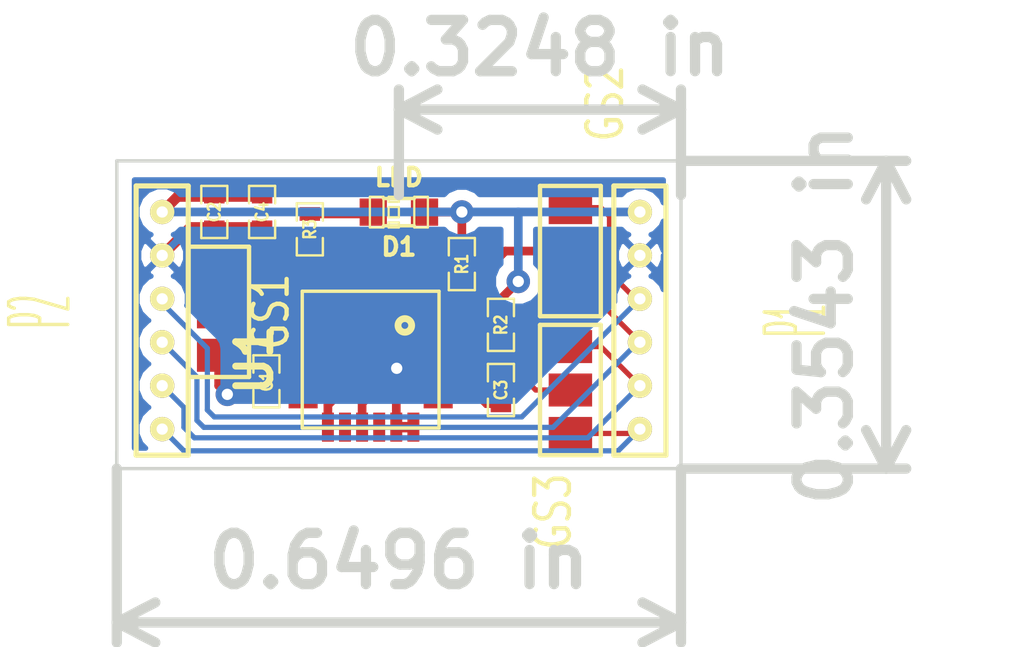
<source format=kicad_pcb>
(kicad_pcb (version 3) (host pcbnew "(2013-07-07 BZR 4022)-stable")

  (general
    (links 39)
    (no_connects 0)
    (area 206.47613 144.650001 239.785714 165.200001)
    (thickness 1.6)
    (drawings 8)
    (tracks 114)
    (zones 0)
    (modules 14)
    (nets 13)
  )

  (page A3)
  (layers
    (15 F.Cu signal)
    (0 B.Cu signal)
    (16 B.Adhes user)
    (17 F.Adhes user)
    (18 B.Paste user)
    (19 F.Paste user)
    (20 B.SilkS user)
    (21 F.SilkS user)
    (22 B.Mask user)
    (23 F.Mask user)
    (24 Dwgs.User user)
    (25 Cmts.User user)
    (26 Eco1.User user)
    (27 Eco2.User user)
    (28 Edge.Cuts user)
  )

  (setup
    (last_trace_width 0.1524)
    (user_trace_width 0.1524)
    (user_trace_width 0.254)
    (user_trace_width 0.3048)
    (trace_clearance 0.1524)
    (zone_clearance 0.3048)
    (zone_45_only no)
    (trace_min 0.1524)
    (segment_width 0.2)
    (edge_width 0.1)
    (via_size 0.6858)
    (via_drill 0.3302)
    (via_min_size 0.6858)
    (via_min_drill 0.3302)
    (user_via 0.6858 0.3302)
    (uvia_size 0.508)
    (uvia_drill 0.127)
    (uvias_allowed no)
    (uvia_min_size 0.508)
    (uvia_min_drill 0.127)
    (pcb_text_width 0.3)
    (pcb_text_size 1.5 1.5)
    (mod_edge_width 0.15)
    (mod_text_size 1 1)
    (mod_text_width 0.15)
    (pad_size 0.85 0.35)
    (pad_drill 0)
    (pad_to_mask_clearance 0)
    (aux_axis_origin 0 0)
    (visible_elements 7FFFFFFF)
    (pcbplotparams
      (layerselection 3178497)
      (usegerberextensions true)
      (excludeedgelayer true)
      (linewidth 0.150000)
      (plotframeref false)
      (viasonmask false)
      (mode 1)
      (useauxorigin false)
      (hpglpennumber 1)
      (hpglpenspeed 20)
      (hpglpendiameter 15)
      (hpglpenoverlay 2)
      (psnegative false)
      (psa4output false)
      (plotreference true)
      (plotvalue true)
      (plotothertext true)
      (plotinvisibletext false)
      (padsonsilk false)
      (subtractmaskfromsilk false)
      (outputformat 1)
      (mirror false)
      (drillshape 1)
      (scaleselection 1)
      (outputdirectory ""))
  )

  (net 0 "")
  (net 1 /ADDR)
  (net 2 /SCL)
  (net 3 /SCL1)
  (net 4 /SCL2)
  (net 5 /SDA)
  (net 6 /SDA1)
  (net 7 /SDA2)
  (net 8 /VCC)
  (net 9 GND)
  (net 10 N-0000010)
  (net 11 N-0000014)
  (net 12 N-0000015)

  (net_class Default "This is the default net class."
    (clearance 0.1524)
    (trace_width 0.1524)
    (via_dia 0.6858)
    (via_drill 0.3302)
    (uvia_dia 0.508)
    (uvia_drill 0.127)
    (add_net "")
    (add_net /ADDR)
    (add_net /SCL1)
    (add_net /SCL2)
    (add_net /SDA1)
    (add_net /SDA2)
    (add_net N-0000010)
    (add_net N-0000014)
    (add_net N-0000015)
  )

  (net_class Power ""
    (clearance 0.1524)
    (trace_width 0.254)
    (via_dia 0.6858)
    (via_drill 0.3302)
    (uvia_dia 0.508)
    (uvia_drill 0.127)
    (add_net /VCC)
    (add_net GND)
  )

  (net_class Signal ""
    (clearance 0.1524)
    (trace_width 0.1524)
    (via_dia 0.6858)
    (via_drill 0.3302)
    (uvia_dia 0.508)
    (uvia_drill 0.127)
    (add_net /SCL)
    (add_net /SDA)
  )

  (module LED-0603 (layer F.Cu) (tedit 4E16AFB4) (tstamp 535861DB)
    (at 218.25 150.5 180)
    (descr "LED 0603 smd package")
    (tags "LED led 0603 SMD smd SMT smt smdled SMDLED smtled SMTLED")
    (path /5355A9A4)
    (attr smd)
    (fp_text reference D1 (at 0 -1.016 180) (layer F.SilkS)
      (effects (font (size 0.508 0.508) (thickness 0.127)))
    )
    (fp_text value LED (at 0 1.016 180) (layer F.SilkS)
      (effects (font (size 0.508 0.508) (thickness 0.127)))
    )
    (fp_line (start 0.44958 -0.44958) (end 0.44958 0.44958) (layer F.SilkS) (width 0.06604))
    (fp_line (start 0.44958 0.44958) (end 0.84836 0.44958) (layer F.SilkS) (width 0.06604))
    (fp_line (start 0.84836 -0.44958) (end 0.84836 0.44958) (layer F.SilkS) (width 0.06604))
    (fp_line (start 0.44958 -0.44958) (end 0.84836 -0.44958) (layer F.SilkS) (width 0.06604))
    (fp_line (start -0.84836 -0.44958) (end -0.84836 0.44958) (layer F.SilkS) (width 0.06604))
    (fp_line (start -0.84836 0.44958) (end -0.44958 0.44958) (layer F.SilkS) (width 0.06604))
    (fp_line (start -0.44958 -0.44958) (end -0.44958 0.44958) (layer F.SilkS) (width 0.06604))
    (fp_line (start -0.84836 -0.44958) (end -0.44958 -0.44958) (layer F.SilkS) (width 0.06604))
    (fp_line (start 0 -0.44958) (end 0 -0.29972) (layer F.SilkS) (width 0.06604))
    (fp_line (start 0 -0.29972) (end 0.29972 -0.29972) (layer F.SilkS) (width 0.06604))
    (fp_line (start 0.29972 -0.44958) (end 0.29972 -0.29972) (layer F.SilkS) (width 0.06604))
    (fp_line (start 0 -0.44958) (end 0.29972 -0.44958) (layer F.SilkS) (width 0.06604))
    (fp_line (start 0 0.29972) (end 0 0.44958) (layer F.SilkS) (width 0.06604))
    (fp_line (start 0 0.44958) (end 0.29972 0.44958) (layer F.SilkS) (width 0.06604))
    (fp_line (start 0.29972 0.29972) (end 0.29972 0.44958) (layer F.SilkS) (width 0.06604))
    (fp_line (start 0 0.29972) (end 0.29972 0.29972) (layer F.SilkS) (width 0.06604))
    (fp_line (start 0 -0.14986) (end 0 0.14986) (layer F.SilkS) (width 0.06604))
    (fp_line (start 0 0.14986) (end 0.29972 0.14986) (layer F.SilkS) (width 0.06604))
    (fp_line (start 0.29972 -0.14986) (end 0.29972 0.14986) (layer F.SilkS) (width 0.06604))
    (fp_line (start 0 -0.14986) (end 0.29972 -0.14986) (layer F.SilkS) (width 0.06604))
    (fp_line (start 0.44958 -0.39878) (end -0.44958 -0.39878) (layer F.SilkS) (width 0.1016))
    (fp_line (start 0.44958 0.39878) (end -0.44958 0.39878) (layer F.SilkS) (width 0.1016))
    (pad 1 smd rect (at -0.7493 0 180) (size 0.79756 0.79756)
      (layers F.Cu F.Paste F.Mask)
      (net 8 /VCC)
    )
    (pad 2 smd rect (at 0.7493 0 180) (size 0.79756 0.79756)
      (layers F.Cu F.Paste F.Mask)
      (net 10 N-0000010)
    )
  )

  (module GS3 (layer F.Cu) (tedit 4267950D) (tstamp 5355CDD8)
    (at 212.979 153.416)
    (descr "Pontet Goute de soudure")
    (path /5355942D)
    (attr virtual)
    (fp_text reference GS1 (at 1.524 0 90) (layer F.SilkS)
      (effects (font (size 1.016 0.762) (thickness 0.127)))
    )
    (fp_text value GS3 (at 1.524 0 90) (layer F.SilkS) hide
      (effects (font (size 0.762 0.762) (thickness 0.127)))
    )
    (fp_line (start -0.889 -1.905) (end -0.889 1.905) (layer F.SilkS) (width 0.127))
    (fp_line (start -0.889 1.905) (end 0.889 1.905) (layer F.SilkS) (width 0.127))
    (fp_line (start 0.889 1.905) (end 0.889 -1.905) (layer F.SilkS) (width 0.127))
    (fp_line (start -0.889 -1.905) (end 0.889 -1.905) (layer F.SilkS) (width 0.127))
    (pad 1 smd rect (at 0 -1.27) (size 1.27 0.9652)
      (layers F.Cu F.Paste F.Mask)
      (net 8 /VCC)
    )
    (pad 2 smd rect (at 0 0) (size 1.27 0.9652)
      (layers F.Cu F.Paste F.Mask)
      (net 1 /ADDR)
    )
    (pad 3 smd rect (at 0 1.27) (size 1.27 0.9652)
      (layers F.Cu F.Paste F.Mask)
      (net 9 GND)
    )
  )

  (module GS3 (layer F.Cu) (tedit 5355DB66) (tstamp 53585680)
    (at 223.266 151.638)
    (descr "Pontet Goute de soudure")
    (path /5355A869)
    (attr virtual)
    (fp_text reference GS2 (at 1.016 -4.318 90) (layer F.SilkS)
      (effects (font (size 1.016 0.762) (thickness 0.127)))
    )
    (fp_text value GS3 (at -0.254 -4.064 90) (layer F.SilkS) hide
      (effects (font (size 0.762 0.762) (thickness 0.127)))
    )
    (fp_line (start -0.889 -1.905) (end -0.889 1.905) (layer F.SilkS) (width 0.127))
    (fp_line (start -0.889 1.905) (end 0.889 1.905) (layer F.SilkS) (width 0.127))
    (fp_line (start 0.889 1.905) (end 0.889 -1.905) (layer F.SilkS) (width 0.127))
    (fp_line (start -0.889 -1.905) (end 0.889 -1.905) (layer F.SilkS) (width 0.127))
    (pad 1 smd rect (at 0 -1.27) (size 1.27 0.9652)
      (layers F.Cu F.Paste F.Mask)
      (net 6 /SDA1)
    )
    (pad 2 smd rect (at 0 0) (size 1.27 0.9652)
      (layers F.Cu F.Paste F.Mask)
      (net 5 /SDA)
    )
    (pad 3 smd rect (at 0 1.27) (size 1.27 0.9652)
      (layers F.Cu F.Paste F.Mask)
      (net 7 /SDA2)
    )
  )

  (module GS3 (layer F.Cu) (tedit 5355DB6B) (tstamp 5358568C)
    (at 223.266 155.702)
    (descr "Pontet Goute de soudure")
    (path /5355A8A1)
    (attr virtual)
    (fp_text reference GS3 (at -0.508 3.556 90) (layer F.SilkS)
      (effects (font (size 1.016 0.762) (thickness 0.127)))
    )
    (fp_text value GS3 (at 1.016 3.556 90) (layer F.SilkS) hide
      (effects (font (size 0.762 0.762) (thickness 0.127)))
    )
    (fp_line (start -0.889 -1.905) (end -0.889 1.905) (layer F.SilkS) (width 0.127))
    (fp_line (start -0.889 1.905) (end 0.889 1.905) (layer F.SilkS) (width 0.127))
    (fp_line (start 0.889 1.905) (end 0.889 -1.905) (layer F.SilkS) (width 0.127))
    (fp_line (start -0.889 -1.905) (end 0.889 -1.905) (layer F.SilkS) (width 0.127))
    (pad 1 smd rect (at 0 -1.27) (size 1.27 0.9652)
      (layers F.Cu F.Paste F.Mask)
      (net 3 /SCL1)
    )
    (pad 2 smd rect (at 0 0) (size 1.27 0.9652)
      (layers F.Cu F.Paste F.Mask)
      (net 2 /SCL)
    )
    (pad 3 smd rect (at 0 1.27) (size 1.27 0.9652)
      (layers F.Cu F.Paste F.Mask)
      (net 4 /SCL2)
    )
  )

  (module SM0402_c (layer F.Cu) (tedit 5358694D) (tstamp 53585E41)
    (at 214.376 155.448 270)
    (path /53532F9E)
    (attr smd)
    (fp_text reference C1 (at 0 0 270) (layer F.SilkS)
      (effects (font (size 0.35052 0.3048) (thickness 0.07112)))
    )
    (fp_text value 0.1uF (at 1.27 0 360) (layer F.SilkS) hide
      (effects (font (size 0.35052 0.3048) (thickness 0.07112)))
    )
    (fp_line (start -0.254 -0.381) (end -0.762 -0.381) (layer F.SilkS) (width 0.07112))
    (fp_line (start -0.762 -0.381) (end -0.762 0.381) (layer F.SilkS) (width 0.07112))
    (fp_line (start -0.762 0.381) (end -0.254 0.381) (layer F.SilkS) (width 0.07112))
    (fp_line (start 0.254 -0.381) (end 0.762 -0.381) (layer F.SilkS) (width 0.07112))
    (fp_line (start 0.762 -0.381) (end 0.762 0.381) (layer F.SilkS) (width 0.07112))
    (fp_line (start 0.762 0.381) (end 0.254 0.381) (layer F.SilkS) (width 0.07112))
    (pad 1 smd rect (at -0.44958 0 270) (size 0.39878 0.59944)
      (layers F.Cu F.Paste F.Mask)
      (net 11 N-0000014)
    )
    (pad 2 smd rect (at 0.44958 0 270) (size 0.39878 0.59944)
      (layers F.Cu F.Paste F.Mask)
      (net 9 GND)
    )
    (model smd/capacitors/C0402.wrl
      (at (xyz 0 0 0))
      (scale (xyz 0.27 0.27 0.27))
      (rotate (xyz 0 0 0))
    )
  )

  (module SM0402_c (layer F.Cu) (tedit 516FD0AE) (tstamp 5355CD5A)
    (at 221.234 155.702 90)
    (path /53532FAD)
    (attr smd)
    (fp_text reference C3 (at 0 0 90) (layer F.SilkS)
      (effects (font (size 0.35052 0.3048) (thickness 0.07112)))
    )
    (fp_text value 2.2nF (at 0.09906 0 90) (layer F.SilkS) hide
      (effects (font (size 0.35052 0.3048) (thickness 0.07112)))
    )
    (fp_line (start -0.254 -0.381) (end -0.762 -0.381) (layer F.SilkS) (width 0.07112))
    (fp_line (start -0.762 -0.381) (end -0.762 0.381) (layer F.SilkS) (width 0.07112))
    (fp_line (start -0.762 0.381) (end -0.254 0.381) (layer F.SilkS) (width 0.07112))
    (fp_line (start 0.254 -0.381) (end 0.762 -0.381) (layer F.SilkS) (width 0.07112))
    (fp_line (start 0.762 -0.381) (end 0.762 0.381) (layer F.SilkS) (width 0.07112))
    (fp_line (start 0.762 0.381) (end 0.254 0.381) (layer F.SilkS) (width 0.07112))
    (pad 1 smd rect (at -0.44958 0 90) (size 0.39878 0.59944)
      (layers F.Cu F.Paste F.Mask)
      (net 12 N-0000015)
    )
    (pad 2 smd rect (at 0.44958 0 90) (size 0.39878 0.59944)
      (layers F.Cu F.Paste F.Mask)
      (net 9 GND)
    )
    (model smd/capacitors/C0402.wrl
      (at (xyz 0 0 0))
      (scale (xyz 0.27 0.27 0.27))
      (rotate (xyz 0 0 0))
    )
  )

  (module SM0402_c (layer F.Cu) (tedit 516FD0AE) (tstamp 5358506E)
    (at 212.852 150.495 90)
    (path /5353310C)
    (attr smd)
    (fp_text reference C2 (at 0 0 90) (layer F.SilkS)
      (effects (font (size 0.35052 0.3048) (thickness 0.07112)))
    )
    (fp_text value 0.1uF (at 0.09906 0 90) (layer F.SilkS) hide
      (effects (font (size 0.35052 0.3048) (thickness 0.07112)))
    )
    (fp_line (start -0.254 -0.381) (end -0.762 -0.381) (layer F.SilkS) (width 0.07112))
    (fp_line (start -0.762 -0.381) (end -0.762 0.381) (layer F.SilkS) (width 0.07112))
    (fp_line (start -0.762 0.381) (end -0.254 0.381) (layer F.SilkS) (width 0.07112))
    (fp_line (start 0.254 -0.381) (end 0.762 -0.381) (layer F.SilkS) (width 0.07112))
    (fp_line (start 0.762 -0.381) (end 0.762 0.381) (layer F.SilkS) (width 0.07112))
    (fp_line (start 0.762 0.381) (end 0.254 0.381) (layer F.SilkS) (width 0.07112))
    (pad 1 smd rect (at -0.44958 0 90) (size 0.39878 0.59944)
      (layers F.Cu F.Paste F.Mask)
      (net 9 GND)
    )
    (pad 2 smd rect (at 0.44958 0 90) (size 0.39878 0.59944)
      (layers F.Cu F.Paste F.Mask)
      (net 8 /VCC)
    )
    (model smd/capacitors/C0402.wrl
      (at (xyz 0 0 0))
      (scale (xyz 0.27 0.27 0.27))
      (rotate (xyz 0 0 0))
    )
  )

  (module SM0402_c (layer F.Cu) (tedit 516FD0AE) (tstamp 5355DED2)
    (at 214.249 150.495 90)
    (path /53559FB8)
    (attr smd)
    (fp_text reference C4 (at 0 0 90) (layer F.SilkS)
      (effects (font (size 0.35052 0.3048) (thickness 0.07112)))
    )
    (fp_text value 10nF (at 0.09906 0 90) (layer F.SilkS) hide
      (effects (font (size 0.35052 0.3048) (thickness 0.07112)))
    )
    (fp_line (start -0.254 -0.381) (end -0.762 -0.381) (layer F.SilkS) (width 0.07112))
    (fp_line (start -0.762 -0.381) (end -0.762 0.381) (layer F.SilkS) (width 0.07112))
    (fp_line (start -0.762 0.381) (end -0.254 0.381) (layer F.SilkS) (width 0.07112))
    (fp_line (start 0.254 -0.381) (end 0.762 -0.381) (layer F.SilkS) (width 0.07112))
    (fp_line (start 0.762 -0.381) (end 0.762 0.381) (layer F.SilkS) (width 0.07112))
    (fp_line (start 0.762 0.381) (end 0.254 0.381) (layer F.SilkS) (width 0.07112))
    (pad 1 smd rect (at -0.44958 0 90) (size 0.39878 0.59944)
      (layers F.Cu F.Paste F.Mask)
      (net 9 GND)
    )
    (pad 2 smd rect (at 0.44958 0 90) (size 0.39878 0.59944)
      (layers F.Cu F.Paste F.Mask)
      (net 8 /VCC)
    )
    (model smd/capacitors/C0402.wrl
      (at (xyz 0 0 0))
      (scale (xyz 0.27 0.27 0.27))
      (rotate (xyz 0 0 0))
    )
  )

  (module SM0402_r (layer F.Cu) (tedit 5141C458) (tstamp 5355CD7C)
    (at 220.091 152.019 270)
    (path /53533027)
    (attr smd)
    (fp_text reference R1 (at 0 0 270) (layer F.SilkS)
      (effects (font (size 0.35052 0.3048) (thickness 0.07112)))
    )
    (fp_text value 10K (at 0.09906 0 270) (layer F.SilkS) hide
      (effects (font (size 0.35052 0.3048) (thickness 0.07112)))
    )
    (fp_line (start -0.254 -0.381) (end -0.762 -0.381) (layer F.SilkS) (width 0.07112))
    (fp_line (start -0.762 -0.381) (end -0.762 0.381) (layer F.SilkS) (width 0.07112))
    (fp_line (start -0.762 0.381) (end -0.254 0.381) (layer F.SilkS) (width 0.07112))
    (fp_line (start 0.254 -0.381) (end 0.762 -0.381) (layer F.SilkS) (width 0.07112))
    (fp_line (start 0.762 -0.381) (end 0.762 0.381) (layer F.SilkS) (width 0.07112))
    (fp_line (start 0.762 0.381) (end 0.254 0.381) (layer F.SilkS) (width 0.07112))
    (pad 1 smd rect (at -0.44958 0 270) (size 0.39878 0.59944)
      (layers F.Cu F.Paste F.Mask)
      (net 8 /VCC)
    )
    (pad 2 smd rect (at 0.44958 0 270) (size 0.39878 0.59944)
      (layers F.Cu F.Paste F.Mask)
      (net 5 /SDA)
    )
    (model smd/resistors/R0402.wrl
      (at (xyz 0 0 0))
      (scale (xyz 0.27 0.27 0.27))
      (rotate (xyz 0 0 0))
    )
  )

  (module SM0402_r (layer F.Cu) (tedit 5141C458) (tstamp 5355CD86)
    (at 221.234 153.797 270)
    (path /53533036)
    (attr smd)
    (fp_text reference R2 (at 0 0 270) (layer F.SilkS)
      (effects (font (size 0.35052 0.3048) (thickness 0.07112)))
    )
    (fp_text value 10K (at 0.09906 0 270) (layer F.SilkS) hide
      (effects (font (size 0.35052 0.3048) (thickness 0.07112)))
    )
    (fp_line (start -0.254 -0.381) (end -0.762 -0.381) (layer F.SilkS) (width 0.07112))
    (fp_line (start -0.762 -0.381) (end -0.762 0.381) (layer F.SilkS) (width 0.07112))
    (fp_line (start -0.762 0.381) (end -0.254 0.381) (layer F.SilkS) (width 0.07112))
    (fp_line (start 0.254 -0.381) (end 0.762 -0.381) (layer F.SilkS) (width 0.07112))
    (fp_line (start 0.762 -0.381) (end 0.762 0.381) (layer F.SilkS) (width 0.07112))
    (fp_line (start 0.762 0.381) (end 0.254 0.381) (layer F.SilkS) (width 0.07112))
    (pad 1 smd rect (at -0.44958 0 270) (size 0.39878 0.59944)
      (layers F.Cu F.Paste F.Mask)
      (net 8 /VCC)
    )
    (pad 2 smd rect (at 0.44958 0 270) (size 0.39878 0.59944)
      (layers F.Cu F.Paste F.Mask)
      (net 2 /SCL)
    )
    (model smd/resistors/R0402.wrl
      (at (xyz 0 0 0))
      (scale (xyz 0.27 0.27 0.27))
      (rotate (xyz 0 0 0))
    )
  )

  (module SM0402_r (layer F.Cu) (tedit 5141C458) (tstamp 53586A6C)
    (at 215.646 151.003 270)
    (path /5355AA78)
    (attr smd)
    (fp_text reference R3 (at 0 0 270) (layer F.SilkS)
      (effects (font (size 0.35052 0.3048) (thickness 0.07112)))
    )
    (fp_text value 33 (at 0.09906 0 270) (layer F.SilkS) hide
      (effects (font (size 0.35052 0.3048) (thickness 0.07112)))
    )
    (fp_line (start -0.254 -0.381) (end -0.762 -0.381) (layer F.SilkS) (width 0.07112))
    (fp_line (start -0.762 -0.381) (end -0.762 0.381) (layer F.SilkS) (width 0.07112))
    (fp_line (start -0.762 0.381) (end -0.254 0.381) (layer F.SilkS) (width 0.07112))
    (fp_line (start 0.254 -0.381) (end 0.762 -0.381) (layer F.SilkS) (width 0.07112))
    (fp_line (start 0.762 -0.381) (end 0.762 0.381) (layer F.SilkS) (width 0.07112))
    (fp_line (start 0.762 0.381) (end 0.254 0.381) (layer F.SilkS) (width 0.07112))
    (pad 1 smd rect (at -0.44958 0 270) (size 0.39878 0.59944)
      (layers F.Cu F.Paste F.Mask)
      (net 10 N-0000010)
    )
    (pad 2 smd rect (at 0.44958 0 270) (size 0.39878 0.59944)
      (layers F.Cu F.Paste F.Mask)
      (net 9 GND)
    )
    (model smd/resistors/R0402.wrl
      (at (xyz 0 0 0))
      (scale (xyz 0.27 0.27 0.27))
      (rotate (xyz 0 0 0))
    )
  )

  (module SIL-6-MINIMUM (layer F.Cu) (tedit 5355DABD) (tstamp 5358569B)
    (at 225.298 153.67 270)
    (descr "Connecteur 6 pins")
    (tags "CONN DEV")
    (path /53533292)
    (fp_text reference P1 (at 0 -4.572 270) (layer F.SilkS)
      (effects (font (size 1.72974 0.5) (thickness 0.1)))
    )
    (fp_text value CONN_6 (at 0 -2.54 270) (layer F.SilkS) hide
      (effects (font (size 1.524 1.016) (thickness 0.3048)))
    )
    (fp_line (start -3.937 -0.762) (end -3.937 0.762) (layer F.SilkS) (width 0.15))
    (fp_line (start -3.937 0.762) (end 3.937 0.762) (layer F.SilkS) (width 0.15))
    (fp_line (start 3.937 0.762) (end 3.937 -0.762) (layer F.SilkS) (width 0.15))
    (fp_line (start 3.937 -0.762) (end -3.937 -0.762) (layer F.SilkS) (width 0.15))
    (pad 1 thru_hole circle (at -3.175 0 270) (size 0.7112 0.7112) (drill 0.3302)
      (layers *.Cu *.Mask F.SilkS)
      (net 8 /VCC)
    )
    (pad 2 thru_hole circle (at -1.905 0 270) (size 0.7112 0.7112) (drill 0.3302)
      (layers *.Cu *.Mask F.SilkS)
      (net 9 GND)
    )
    (pad 3 thru_hole circle (at -0.635 0 270) (size 0.7112 0.7112) (drill 0.3302)
      (layers *.Cu *.Mask F.SilkS)
      (net 6 /SDA1)
    )
    (pad 4 thru_hole circle (at 0.635 0 270) (size 0.7112 0.7112) (drill 0.3302)
      (layers *.Cu *.Mask F.SilkS)
      (net 7 /SDA2)
    )
    (pad 5 thru_hole circle (at 1.905 0 270) (size 0.7112 0.7112) (drill 0.3302)
      (layers *.Cu *.Mask F.SilkS)
      (net 3 /SCL1)
    )
    (pad 6 thru_hole circle (at 3.175 0 270) (size 0.7112 0.7112) (drill 0.3302)
      (layers *.Cu *.Mask F.SilkS)
      (net 4 /SCL2)
    )
  )

  (module SIL-6-MINIMUM (layer F.Cu) (tedit 5355E040) (tstamp 5355DEC5)
    (at 211.328 153.67 270)
    (descr "Connecteur 6 pins")
    (tags "CONN DEV")
    (path /5355C8C9)
    (fp_text reference P2 (at -0.254 3.556 270) (layer F.SilkS)
      (effects (font (size 1.72974 0.5) (thickness 0.1)))
    )
    (fp_text value CONN_6 (at -0.254 1.778 270) (layer F.SilkS) hide
      (effects (font (size 1.524 1.016) (thickness 0.3048)))
    )
    (fp_line (start -3.937 -0.762) (end -3.937 0.762) (layer F.SilkS) (width 0.15))
    (fp_line (start -3.937 0.762) (end 3.937 0.762) (layer F.SilkS) (width 0.15))
    (fp_line (start 3.937 0.762) (end 3.937 -0.762) (layer F.SilkS) (width 0.15))
    (fp_line (start 3.937 -0.762) (end -3.937 -0.762) (layer F.SilkS) (width 0.15))
    (pad 1 thru_hole circle (at -3.175 0 270) (size 0.7112 0.7112) (drill 0.3302)
      (layers *.Cu *.Mask F.SilkS)
      (net 8 /VCC)
    )
    (pad 2 thru_hole circle (at -1.905 0 270) (size 0.7112 0.7112) (drill 0.3302)
      (layers *.Cu *.Mask F.SilkS)
      (net 9 GND)
    )
    (pad 3 thru_hole circle (at -0.635 0 270) (size 0.7112 0.7112) (drill 0.3302)
      (layers *.Cu *.Mask F.SilkS)
      (net 6 /SDA1)
    )
    (pad 4 thru_hole circle (at 0.635 0 270) (size 0.7112 0.7112) (drill 0.3302)
      (layers *.Cu *.Mask F.SilkS)
      (net 7 /SDA2)
    )
    (pad 5 thru_hole circle (at 1.905 0 270) (size 0.7112 0.7112) (drill 0.3302)
      (layers *.Cu *.Mask F.SilkS)
      (net 3 /SCL1)
    )
    (pad 6 thru_hole circle (at 3.175 0 270) (size 0.7112 0.7112) (drill 0.3302)
      (layers *.Cu *.Mask F.SilkS)
      (net 4 /SCL2)
    )
  )

  (module MPU9150_SMALL_KEEPOUT (layer F.Cu) (tedit 535865AD) (tstamp 5355CDB1)
    (at 217.424 154.813 270)
    (path /53532ED5)
    (fp_text reference U1 (at 0 3.4 270) (layer F.SilkS)
      (effects (font (size 1 1) (thickness 0.2)))
    )
    (fp_text value MPU_9150 (at 0 -3.2 270) (layer F.SilkS) hide
      (effects (font (size 1 1) (thickness 0.2)))
    )
    (fp_circle (center -1 -1) (end -1 -1.2) (layer F.SilkS) (width 0.2))
    (fp_line (start -2 -2) (end 2 -2) (layer F.SilkS) (width 0.1))
    (fp_line (start 2 -2) (end 2 2) (layer F.SilkS) (width 0.1))
    (fp_line (start 2 2) (end -2 2) (layer F.SilkS) (width 0.1))
    (fp_line (start -2 2) (end -2 -2) (layer F.SilkS) (width 0.1))
    (pad 1 smd rect (at -1.975 -1.25 270) (size 0.85 0.35)
      (layers F.Cu F.Paste F.Mask)
      (net 9 GND)
      (clearance 0.0762)
    )
    (pad 2 smd rect (at -1.975 -0.75 270) (size 0.85 0.35)
      (layers F.Cu F.Paste F.Mask)
      (clearance 0.0762)
    )
    (pad 3 smd rect (at -1.975 -0.25 270) (size 0.85 0.35)
      (layers F.Cu F.Paste F.Mask)
      (net 8 /VCC)
      (clearance 0.0762)
    )
    (pad 4 smd rect (at -1.975 0.25 270) (size 0.85 0.35)
      (layers F.Cu F.Paste F.Mask)
      (clearance 0.0762)
    )
    (pad 5 smd rect (at -1.975 0.75 270) (size 0.85 0.35)
      (layers F.Cu F.Paste F.Mask)
      (clearance 0.0762)
    )
    (pad 6 smd rect (at -1.975 1.25 270) (size 0.85 0.35)
      (layers F.Cu F.Paste F.Mask)
      (clearance 0.0762)
    )
    (pad 13 smd rect (at 1.975 1.25 270) (size 0.85 0.35)
      (layers F.Cu F.Paste F.Mask)
      (net 8 /VCC)
      (clearance 0.0762)
    )
    (pad 14 smd rect (at 1.975 0.75 270) (size 0.85 0.35)
      (layers F.Cu F.Paste F.Mask)
      (clearance 0.0762)
    )
    (pad 15 smd rect (at 1.975 0.25 270) (size 0.85 0.35)
      (layers F.Cu F.Paste F.Mask)
      (net 9 GND)
      (clearance 0.0762)
    )
    (pad 16 smd rect (at 1.975 -0.25 270) (size 0.85 0.35)
      (layers F.Cu F.Paste F.Mask)
      (clearance 0.0762)
    )
    (pad 17 smd rect (at 1.975 -0.75 270) (size 0.85 0.35)
      (layers F.Cu F.Paste F.Mask)
      (net 9 GND)
      (clearance 0.0762)
    )
    (pad 18 smd rect (at 1.975 -1.25 270) (size 0.85 0.35)
      (layers F.Cu F.Paste F.Mask)
      (net 9 GND)
      (clearance 0.0762)
    )
    (pad 7 smd rect (at -1.25 1.975 270) (size 0.35 0.85)
      (layers F.Cu F.Paste F.Mask)
      (clearance 0.0762)
    )
    (pad 8 smd rect (at -0.75 1.975 270) (size 0.35 0.85)
      (layers F.Cu F.Paste F.Mask)
      (net 8 /VCC)
      (clearance 0.0762)
    )
    (pad 9 smd rect (at -0.25 1.975 270) (size 0.35 0.85)
      (layers F.Cu F.Paste F.Mask)
      (net 1 /ADDR)
      (clearance 0.0762)
    )
    (pad 10 smd rect (at 0.25 1.975 270) (size 0.35 0.85)
      (layers F.Cu F.Paste F.Mask)
      (net 11 N-0000014)
      (clearance 0.0762)
    )
    (pad 11 smd rect (at 0.75 1.975 270) (size 0.35 0.85)
      (layers F.Cu F.Paste F.Mask)
      (net 9 GND)
      (clearance 0.0762)
    )
    (pad 12 smd rect (at 1.25 1.975 270) (size 0.35 0.85)
      (layers F.Cu F.Paste F.Mask)
      (clearance 0.0762)
    )
    (pad 19 smd rect (at 1.25 -1.975 270) (size 0.35 0.85)
      (layers F.Cu F.Paste F.Mask)
      (clearance 0.0762)
    )
    (pad 20 smd rect (at 0.75 -1.975 270) (size 0.35 0.85)
      (layers F.Cu F.Paste F.Mask)
      (net 12 N-0000015)
      (clearance 0.0762)
    )
    (pad 21 smd rect (at 0.25 -1.975 270) (size 0.35 0.85)
      (layers F.Cu F.Paste F.Mask)
      (clearance 0.0762)
    )
    (pad 22 smd rect (at -0.25 -1.975 270) (size 0.35 0.85)
      (layers F.Cu F.Paste F.Mask)
      (net 9 GND)
      (clearance 0.0762)
    )
    (pad 23 smd rect (at -0.75 -1.975 270) (size 0.35 0.85)
      (layers F.Cu F.Paste F.Mask)
      (net 2 /SCL)
      (clearance 0.0762)
    )
    (pad 24 smd rect (at -1.25 -1.975 270) (size 0.35 0.85)
      (layers F.Cu F.Paste F.Mask)
      (net 5 /SDA)
      (clearance 0.0762)
    )
    (model 3D/MPU9150.wrl
      (at (xyz 0 0 0))
      (scale (xyz 0.3937 0.3937 0.3937))
      (rotate (xyz 0 0 0))
    )
  )

  (dimension 8.25 (width 0.3) (layer Edge.Cuts)
    (gr_text "8.250 mm" (at 222.375 146.150001) (layer Edge.Cuts)
      (effects (font (size 1.5 1.5) (thickness 0.3)))
    )
    (feature1 (pts (xy 218.25 150) (xy 218.25 144.800001)))
    (feature2 (pts (xy 226.5 150) (xy 226.5 144.800001)))
    (crossbar (pts (xy 226.5 147.500001) (xy 218.25 147.500001)))
    (arrow1a (pts (xy 218.25 147.500001) (xy 219.376503 146.913581)))
    (arrow1b (pts (xy 218.25 147.500001) (xy 219.376503 148.086421)))
    (arrow2a (pts (xy 226.5 147.500001) (xy 225.373497 146.913581)))
    (arrow2b (pts (xy 226.5 147.500001) (xy 225.373497 148.086421)))
  )
  (dimension 9 (width 0.3) (layer Edge.Cuts)
    (gr_text "9.000 mm" (at 233.849999 153.5 270) (layer Edge.Cuts)
      (effects (font (size 1.5 1.5) (thickness 0.3)))
    )
    (feature1 (pts (xy 226.5 158) (xy 235.199999 158)))
    (feature2 (pts (xy 226.5 149) (xy 235.199999 149)))
    (crossbar (pts (xy 232.499999 149) (xy 232.499999 158)))
    (arrow1a (pts (xy 232.499999 158) (xy 231.913579 156.873497)))
    (arrow1b (pts (xy 232.499999 158) (xy 233.086419 156.873497)))
    (arrow2a (pts (xy 232.499999 149) (xy 231.913579 150.126503)))
    (arrow2b (pts (xy 232.499999 149) (xy 233.086419 150.126503)))
  )
  (dimension 16.5 (width 0.3) (layer Edge.Cuts)
    (gr_text "16.500 mm" (at 218.25 163.85) (layer Edge.Cuts)
      (effects (font (size 1.5 1.5) (thickness 0.3)))
    )
    (feature1 (pts (xy 226.5 158) (xy 226.5 165.2)))
    (feature2 (pts (xy 210 158) (xy 210 165.2)))
    (crossbar (pts (xy 210 162.5) (xy 226.5 162.5)))
    (arrow1a (pts (xy 226.5 162.5) (xy 225.373497 163.08642)))
    (arrow1b (pts (xy 226.5 162.5) (xy 225.373497 161.91358)))
    (arrow2a (pts (xy 210 162.5) (xy 211.126503 163.08642)))
    (arrow2b (pts (xy 210 162.5) (xy 211.126503 161.91358)))
  )
  (gr_line (start 210 158) (end 210 157.5) (angle 90) (layer Edge.Cuts) (width 0.1))
  (gr_line (start 210 149) (end 210 158) (angle 90) (layer Edge.Cuts) (width 0.1))
  (gr_line (start 226.5 149) (end 210 149) (angle 90) (layer Edge.Cuts) (width 0.1))
  (gr_line (start 226.5 158) (end 226.5 149) (angle 90) (layer Edge.Cuts) (width 0.1))
  (gr_line (start 210 158) (end 226.5 158) (angle 90) (layer Edge.Cuts) (width 0.1))

  (segment (start 214.122 153.543) (end 213.995 153.416) (width 0.1524) (layer F.Cu) (net 1))
  (segment (start 214.122 153.924) (end 214.122 153.543) (width 0.1524) (layer F.Cu) (net 1) (tstamp 53586BEA))
  (segment (start 214.761 154.563) (end 214.122 153.924) (width 0.1524) (layer F.Cu) (net 1) (tstamp 53586BE7))
  (segment (start 215.449 154.563) (end 214.761 154.563) (width 0.1524) (layer F.Cu) (net 1))
  (segment (start 213.995 153.416) (end 212.979 153.416) (width 0.1524) (layer F.Cu) (net 1) (tstamp 53586FE2))
  (segment (start 223.266 155.702) (end 222.25 155.702) (width 0.1524) (layer F.Cu) (net 2))
  (segment (start 221.93758 154.24658) (end 221.234 154.24658) (width 0.1524) (layer F.Cu) (net 2) (tstamp 5358672C))
  (segment (start 222.123 154.432) (end 221.93758 154.24658) (width 0.1524) (layer F.Cu) (net 2) (tstamp 53586725))
  (segment (start 222.123 155.575) (end 222.123 154.432) (width 0.1524) (layer F.Cu) (net 2) (tstamp 53586724))
  (segment (start 222.25 155.702) (end 222.123 155.575) (width 0.1524) (layer F.Cu) (net 2) (tstamp 53586721))
  (segment (start 219.399 154.063) (end 221.05042 154.063) (width 0.1524) (layer F.Cu) (net 2))
  (segment (start 221.05042 154.063) (end 221.234 154.24658) (width 0.1524) (layer F.Cu) (net 2) (tstamp 535866E6))
  (segment (start 211.328 155.575) (end 211.963 156.21) (width 0.1524) (layer B.Cu) (net 3))
  (segment (start 223.774 157.099) (end 225.298 155.575) (width 0.1524) (layer B.Cu) (net 3) (tstamp 53586D46))
  (segment (start 212.267802 157.099) (end 223.774 157.099) (width 0.1524) (layer B.Cu) (net 3) (tstamp 53586D36))
  (segment (start 211.963 156.794198) (end 212.267802 157.099) (width 0.1524) (layer B.Cu) (net 3) (tstamp 53586D2F))
  (segment (start 211.963 156.21) (end 211.963 156.794198) (width 0.1524) (layer B.Cu) (net 3) (tstamp 53586D1D))
  (segment (start 225.298 155.575) (end 224.155 154.432) (width 0.1524) (layer F.Cu) (net 3))
  (segment (start 224.155 154.432) (end 223.266 154.432) (width 0.1524) (layer F.Cu) (net 3) (tstamp 535862C1))
  (segment (start 211.328 156.845) (end 211.963 157.48) (width 0.1524) (layer B.Cu) (net 4))
  (segment (start 224.663 157.48) (end 225.298 156.845) (width 0.1524) (layer B.Cu) (net 4) (tstamp 53586D0F))
  (segment (start 211.963 157.48) (end 224.663 157.48) (width 0.1524) (layer B.Cu) (net 4) (tstamp 53586CFE))
  (segment (start 225.298 156.845) (end 225.171 156.972) (width 0.1524) (layer F.Cu) (net 4))
  (segment (start 225.171 156.972) (end 223.266 156.972) (width 0.1524) (layer F.Cu) (net 4) (tstamp 535862CA))
  (segment (start 223.266 151.638) (end 221.361 151.638) (width 0.254) (layer F.Cu) (net 5))
  (segment (start 220.53042 152.46858) (end 220.091 152.46858) (width 0.254) (layer F.Cu) (net 5) (tstamp 53586B6F))
  (segment (start 221.361 151.638) (end 220.53042 152.46858) (width 0.254) (layer F.Cu) (net 5) (tstamp 53586B6D))
  (segment (start 220.091 152.46858) (end 220.091 152.871) (width 0.1524) (layer F.Cu) (net 5))
  (segment (start 220.091 152.871) (end 219.399 153.563) (width 0.1524) (layer F.Cu) (net 5) (tstamp 53586AC4))
  (segment (start 211.328 153.035) (end 211.328 153.162) (width 0.1524) (layer B.Cu) (net 6))
  (segment (start 221.843604 156.489396) (end 225.298 153.035) (width 0.1524) (layer B.Cu) (net 6) (tstamp 53586DBA))
  (segment (start 212.852 156.489396) (end 221.843604 156.489396) (width 0.1524) (layer B.Cu) (net 6) (tstamp 53586DB2))
  (segment (start 212.648802 156.286198) (end 212.852 156.489396) (width 0.1524) (layer B.Cu) (net 6) (tstamp 53586DB0))
  (segment (start 212.648802 154.482802) (end 212.648802 156.286198) (width 0.1524) (layer B.Cu) (net 6) (tstamp 53586DA5))
  (segment (start 211.328 153.162) (end 212.648802 154.482802) (width 0.1524) (layer B.Cu) (net 6) (tstamp 53586D9C))
  (segment (start 225.298 153.035) (end 225.171 153.035) (width 0.1524) (layer F.Cu) (net 6))
  (segment (start 224.155 150.368) (end 223.266 150.368) (width 0.1524) (layer F.Cu) (net 6) (tstamp 535862B1))
  (segment (start 224.409 150.622) (end 224.155 150.368) (width 0.1524) (layer F.Cu) (net 6) (tstamp 535862AF))
  (segment (start 224.409 152.273) (end 224.409 150.622) (width 0.1524) (layer F.Cu) (net 6) (tstamp 535862AD))
  (segment (start 225.171 153.035) (end 224.409 152.273) (width 0.1524) (layer F.Cu) (net 6) (tstamp 535862A7))
  (segment (start 225.298 154.305) (end 225.247198 154.305) (width 0.1524) (layer B.Cu) (net 7))
  (segment (start 212.344 155.321) (end 211.328 154.305) (width 0.1524) (layer B.Cu) (net 7) (tstamp 53586D70))
  (segment (start 212.344 156.591) (end 212.344 155.321) (width 0.1524) (layer B.Cu) (net 7) (tstamp 53586D6C))
  (segment (start 212.547198 156.794198) (end 212.344 156.591) (width 0.1524) (layer B.Cu) (net 7) (tstamp 53586D61))
  (segment (start 222.758 156.794198) (end 212.547198 156.794198) (width 0.1524) (layer B.Cu) (net 7) (tstamp 53586D60))
  (segment (start 225.247198 154.305) (end 222.758 156.794198) (width 0.1524) (layer B.Cu) (net 7) (tstamp 53586D50))
  (segment (start 225.298 154.305) (end 223.901 152.908) (width 0.1524) (layer F.Cu) (net 7))
  (segment (start 223.901 152.908) (end 223.266 152.908) (width 0.1524) (layer F.Cu) (net 7) (tstamp 535862B9))
  (segment (start 217.674 152.838) (end 217.674 153.547) (width 0.254) (layer F.Cu) (net 8) (status 400000))
  (segment (start 214.63 153.85726) (end 214.503 153.73026) (width 0.254) (layer F.Cu) (net 8))
  (segment (start 214.249 152.146) (end 212.979 152.146) (width 0.254) (layer F.Cu) (net 8) (tstamp 53587007))
  (segment (start 214.503 152.4) (end 214.249 152.146) (width 0.254) (layer F.Cu) (net 8) (tstamp 53587004))
  (segment (start 214.503 153.73026) (end 214.503 152.4) (width 0.254) (layer F.Cu) (net 8) (tstamp 53587000))
  (segment (start 214.83574 154.063) (end 214.63 153.85726) (width 0.254) (layer F.Cu) (net 8) (tstamp 53586BFF))
  (segment (start 214.63 153.85726) (end 214.63 153.85726) (width 0.254) (layer F.Cu) (net 8) (tstamp 53586FFE))
  (segment (start 215.449 154.063) (end 214.83574 154.063) (width 0.254) (layer F.Cu) (net 8))
  (segment (start 220.091 150.495) (end 211.328 150.495) (width 0.254) (layer B.Cu) (net 8))
  (segment (start 221.234 153.34742) (end 221.234 153.035) (width 0.254) (layer F.Cu) (net 8))
  (segment (start 221.742 152.527) (end 221.742 150.495) (width 0.254) (layer B.Cu) (net 8) (tstamp 53586BB2))
  (via (at 221.742 152.527) (size 0.6858) (layers F.Cu B.Cu) (net 8))
  (segment (start 221.234 153.035) (end 221.742 152.527) (width 0.254) (layer F.Cu) (net 8) (tstamp 53586BAB))
  (segment (start 215.449 154.063) (end 216.4334 154.063) (width 0.254) (layer F.Cu) (net 8))
  (segment (start 220.091 151.56942) (end 218.00058 151.56942) (width 0.254) (layer F.Cu) (net 8))
  (segment (start 217.158 154.063) (end 216.4334 154.063) (width 0.254) (layer F.Cu) (net 8) (tstamp 53586AF9))
  (segment (start 217.674 153.547) (end 217.158 154.063) (width 0.254) (layer F.Cu) (net 8) (tstamp 53586AEE))
  (segment (start 217.674 151.896) (end 217.674 153.547) (width 0.254) (layer F.Cu) (net 8) (tstamp 53586AED))
  (segment (start 218.00058 151.56942) (end 217.674 151.896) (width 0.254) (layer F.Cu) (net 8) (tstamp 53586AEA))
  (segment (start 220.091 150.495) (end 220.091 151.56942) (width 0.254) (layer F.Cu) (net 8))
  (segment (start 225.298 150.495) (end 221.742 150.495) (width 0.254) (layer B.Cu) (net 8))
  (segment (start 221.742 150.495) (end 220.091 150.495) (width 0.254) (layer B.Cu) (net 8) (tstamp 53586BB5))
  (segment (start 220.086 150.5) (end 218.9993 150.5) (width 0.254) (layer F.Cu) (net 8) (tstamp 53586AA8))
  (segment (start 220.091 150.495) (end 220.086 150.5) (width 0.254) (layer F.Cu) (net 8) (tstamp 53586AA7))
  (via (at 220.091 150.495) (size 0.6858) (layers F.Cu B.Cu) (net 8))
  (segment (start 216.174 156.788) (end 216.174 156.1392) (width 0.254) (layer F.Cu) (net 8))
  (segment (start 216.174 156.1392) (end 216.4334 155.8798) (width 0.254) (layer F.Cu) (net 8) (tstamp 535868C8))
  (segment (start 216.4334 155.8798) (end 216.4334 154.063) (width 0.254) (layer F.Cu) (net 8) (tstamp 535868D3))
  (segment (start 212.852 150.04542) (end 214.249 150.04542) (width 0.3048) (layer F.Cu) (net 8))
  (segment (start 211.328 150.495) (end 211.77758 150.04542) (width 0.3048) (layer F.Cu) (net 8))
  (segment (start 211.77758 150.04542) (end 212.852 150.04542) (width 0.3048) (layer F.Cu) (net 8) (tstamp 53586041))
  (segment (start 218.674 154.539) (end 218.674 154.579) (width 0.254) (layer F.Cu) (net 9))
  (segment (start 217.809 155.444) (end 218.186 155.067) (width 0.254) (layer F.Cu) (net 9) (tstamp 5358708A))
  (via (at 218.186 155.067) (size 0.6858) (layers F.Cu B.Cu) (net 9))
  (segment (start 217.809 155.444) (end 217.809 155.452) (width 0.254) (layer F.Cu) (net 9))
  (segment (start 218.674 154.579) (end 218.186 155.067) (width 0.254) (layer F.Cu) (net 9) (tstamp 53587092))
  (segment (start 213.233 155.829) (end 214.30742 155.829) (width 0.254) (layer F.Cu) (net 9) (status 800000))
  (segment (start 212.979 155.575) (end 213.233 155.829) (width 0.254) (layer F.Cu) (net 9) (tstamp 53587031))
  (via (at 213.233 155.829) (size 0.6858) (layers F.Cu B.Cu) (net 9))
  (segment (start 212.979 154.686) (end 212.979 155.575) (width 0.254) (layer F.Cu) (net 9) (status 400000))
  (segment (start 214.30742 155.829) (end 214.376 155.89758) (width 0.254) (layer F.Cu) (net 9) (tstamp 53587040) (status C00000))
  (segment (start 215.449 155.563) (end 214.71058 155.563) (width 0.254) (layer F.Cu) (net 9) (status 400000))
  (segment (start 214.71058 155.563) (end 214.376 155.89758) (width 0.254) (layer F.Cu) (net 9) (tstamp 53587022) (status 800000))
  (segment (start 218.674 152.838) (end 218.674 154.539) (width 0.254) (layer F.Cu) (net 9))
  (segment (start 218.674 154.539) (end 218.698 154.563) (width 0.254) (layer F.Cu) (net 9) (tstamp 53586B41))
  (segment (start 218.174 156.788) (end 218.174 155.817) (width 0.254) (layer F.Cu) (net 9))
  (segment (start 218.174 155.817) (end 217.809 155.452) (width 0.254) (layer F.Cu) (net 9) (tstamp 53586B3B))
  (segment (start 219.399 154.563) (end 218.698 154.563) (width 0.254) (layer F.Cu) (net 9))
  (segment (start 217.174 156.087) (end 217.174 156.788) (width 0.254) (layer F.Cu) (net 9) (tstamp 53586B35))
  (segment (start 217.809 155.452) (end 217.174 156.087) (width 0.254) (layer F.Cu) (net 9) (tstamp 53586B3F))
  (segment (start 221.234 155.25242) (end 220.91142 155.25242) (width 0.254) (layer F.Cu) (net 9))
  (segment (start 220.222 154.563) (end 219.399 154.563) (width 0.254) (layer F.Cu) (net 9) (tstamp 53586B1F))
  (segment (start 220.91142 155.25242) (end 220.222 154.563) (width 0.254) (layer F.Cu) (net 9) (tstamp 53586B18))
  (segment (start 218.174 156.788) (end 218.674 156.788) (width 0.3048) (layer F.Cu) (net 9))
  (segment (start 214.249 150.94458) (end 214.757 151.45258) (width 0.3048) (layer F.Cu) (net 9))
  (segment (start 214.757 151.45258) (end 215.646 151.45258) (width 0.3048) (layer F.Cu) (net 9) (tstamp 535861E2) (status 20))
  (segment (start 212.852 150.94458) (end 214.249 150.94458) (width 0.3048) (layer F.Cu) (net 9))
  (segment (start 211.328 151.765) (end 212.14842 150.94458) (width 0.3048) (layer F.Cu) (net 9))
  (segment (start 212.14842 150.94458) (end 212.852 150.94458) (width 0.3048) (layer F.Cu) (net 9) (tstamp 535861DD))
  (segment (start 215.646 150.55342) (end 217.44728 150.55342) (width 0.254) (layer F.Cu) (net 10))
  (segment (start 217.44728 150.55342) (end 217.5007 150.5) (width 0.254) (layer F.Cu) (net 10) (tstamp 53586A6F))
  (segment (start 215.449 155.063) (end 214.44058 155.063) (width 0.1524) (layer F.Cu) (net 11) (status 20))
  (segment (start 214.44058 155.063) (end 214.376 154.99842) (width 0.1524) (layer F.Cu) (net 11) (tstamp 53586F64) (status 30))
  (segment (start 219.399 155.563) (end 220.206 155.563) (width 0.1524) (layer F.Cu) (net 12))
  (segment (start 220.79458 156.15158) (end 221.234 156.15158) (width 0.1524) (layer F.Cu) (net 12) (tstamp 53586718))
  (segment (start 220.206 155.563) (end 220.79458 156.15158) (width 0.1524) (layer F.Cu) (net 12) (tstamp 53586717))

  (zone (net 9) (net_name GND) (layer B.Cu) (tstamp 53587118) (hatch edge 0.508)
    (connect_pads (clearance 0.3048))
    (min_thickness 0.1524)
    (fill (arc_segments 16) (thermal_gap 0.254) (thermal_bridge_width 0.2032))
    (polygon
      (pts
        (xy 226.06 157.48) (xy 210.439 157.48) (xy 210.439 149.479) (xy 226.06 149.479)
      )
    )
    (filled_polygon
      (pts
        (xy 225.9838 152.76587) (xy 225.922823 152.618295) (xy 225.715795 152.410906) (xy 225.62364 152.37264) (xy 225.684765 152.347532)
        (xy 225.68818 152.345249) (xy 225.715731 152.218652) (xy 225.298 151.800921) (xy 225.262079 151.836842) (xy 225.262079 151.765)
        (xy 224.844348 151.347269) (xy 224.717751 151.37482) (xy 224.612604 151.626573) (xy 224.611803 151.899399) (xy 224.715468 152.151765)
        (xy 224.717751 152.15518) (xy 224.844348 152.182731) (xy 225.262079 151.765) (xy 225.262079 151.836842) (xy 224.880269 152.218652)
        (xy 224.90782 152.345249) (xy 224.972775 152.372378) (xy 224.881295 152.410177) (xy 224.673906 152.617205) (xy 224.561529 152.887839)
        (xy 224.561321 153.125099) (xy 221.654225 156.032196) (xy 213.106002 156.032196) (xy 213.106002 154.482802) (xy 213.0712 154.307839)
        (xy 212.972091 154.159513) (xy 212.044011 153.231433) (xy 212.064471 153.182161) (xy 212.064727 152.889124) (xy 212.014197 152.766831)
        (xy 212.014197 151.630601) (xy 211.910532 151.378235) (xy 211.908249 151.37482) (xy 211.781652 151.347269) (xy 211.363921 151.765)
        (xy 211.781652 152.182731) (xy 211.908249 152.15518) (xy 212.013396 151.903427) (xy 212.014197 151.630601) (xy 212.014197 152.766831)
        (xy 211.952823 152.618295) (xy 211.745795 152.410906) (xy 211.65364 152.37264) (xy 211.714765 152.347532) (xy 211.71818 152.345249)
        (xy 211.745731 152.218652) (xy 211.328 151.800921) (xy 211.292079 151.836842) (xy 211.292079 151.765) (xy 210.874348 151.347269)
        (xy 210.747751 151.37482) (xy 210.642604 151.626573) (xy 210.641803 151.899399) (xy 210.745468 152.151765) (xy 210.747751 152.15518)
        (xy 210.874348 152.182731) (xy 211.292079 151.765) (xy 211.292079 151.836842) (xy 210.910269 152.218652) (xy 210.93782 152.345249)
        (xy 211.002775 152.372378) (xy 210.911295 152.410177) (xy 210.703906 152.617205) (xy 210.591529 152.887839) (xy 210.591273 153.180876)
        (xy 210.703177 153.451705) (xy 210.910205 153.659094) (xy 210.936198 153.669887) (xy 210.911295 153.680177) (xy 210.703906 153.887205)
        (xy 210.591529 154.157839) (xy 210.591273 154.450876) (xy 210.703177 154.721705) (xy 210.910205 154.929094) (xy 210.936198 154.939887)
        (xy 210.911295 154.950177) (xy 210.703906 155.157205) (xy 210.591529 155.427839) (xy 210.591273 155.720876) (xy 210.703177 155.991705)
        (xy 210.910205 156.199094) (xy 210.936198 156.209887) (xy 210.911295 156.220177) (xy 210.703906 156.427205) (xy 210.591529 156.697839)
        (xy 210.591273 156.990876) (xy 210.703177 157.261705) (xy 210.845024 157.4038) (xy 210.5152 157.4038) (xy 210.5152 149.5552)
        (xy 225.9838 149.5552) (xy 225.9838 150.22587) (xy 225.922823 150.078295) (xy 225.715795 149.870906) (xy 225.445161 149.758529)
        (xy 225.152124 149.758273) (xy 224.881295 149.870177) (xy 224.764268 149.987) (xy 221.742 149.987) (xy 220.606743 149.987)
        (xy 220.501592 149.881665) (xy 220.235624 149.771226) (xy 219.947639 149.770975) (xy 219.681479 149.88095) (xy 219.575243 149.987)
        (xy 211.861686 149.987) (xy 211.745795 149.870906) (xy 211.475161 149.758529) (xy 211.182124 149.758273) (xy 210.911295 149.870177)
        (xy 210.703906 150.077205) (xy 210.591529 150.347839) (xy 210.591273 150.640876) (xy 210.703177 150.911705) (xy 210.910205 151.119094)
        (xy 211.002359 151.157359) (xy 210.941235 151.182468) (xy 210.93782 151.184751) (xy 210.910269 151.311348) (xy 211.328 151.729079)
        (xy 211.745731 151.311348) (xy 211.71818 151.184751) (xy 211.653224 151.157621) (xy 211.744705 151.119823) (xy 211.861731 151.003)
        (xy 219.575256 151.003) (xy 219.680408 151.108335) (xy 219.946376 151.218774) (xy 220.234361 151.219025) (xy 220.500521 151.10905)
        (xy 220.606756 151.003) (xy 221.234 151.003) (xy 221.234 152.011256) (xy 221.128665 152.116408) (xy 221.018226 152.382376)
        (xy 221.017975 152.670361) (xy 221.12795 152.936521) (xy 221.331408 153.140335) (xy 221.597376 153.250774) (xy 221.885361 153.251025)
        (xy 222.151521 153.14105) (xy 222.355335 152.937592) (xy 222.465774 152.671624) (xy 222.466025 152.383639) (xy 222.35605 152.117479)
        (xy 222.25 152.011243) (xy 222.25 151.003) (xy 224.764313 151.003) (xy 224.880205 151.119094) (xy 224.972359 151.157359)
        (xy 224.911235 151.182468) (xy 224.90782 151.184751) (xy 224.880269 151.311348) (xy 225.298 151.729079) (xy 225.715731 151.311348)
        (xy 225.68818 151.184751) (xy 225.623224 151.157621) (xy 225.714705 151.119823) (xy 225.922094 150.912795) (xy 225.9838 150.76419)
        (xy 225.9838 151.629634) (xy 225.880532 151.378235) (xy 225.878249 151.37482) (xy 225.751652 151.347269) (xy 225.333921 151.765)
        (xy 225.751652 152.182731) (xy 225.878249 152.15518) (xy 225.983396 151.903427) (xy 225.9838 151.765821) (xy 225.9838 152.76587)
      )
    )
  )
)

</source>
